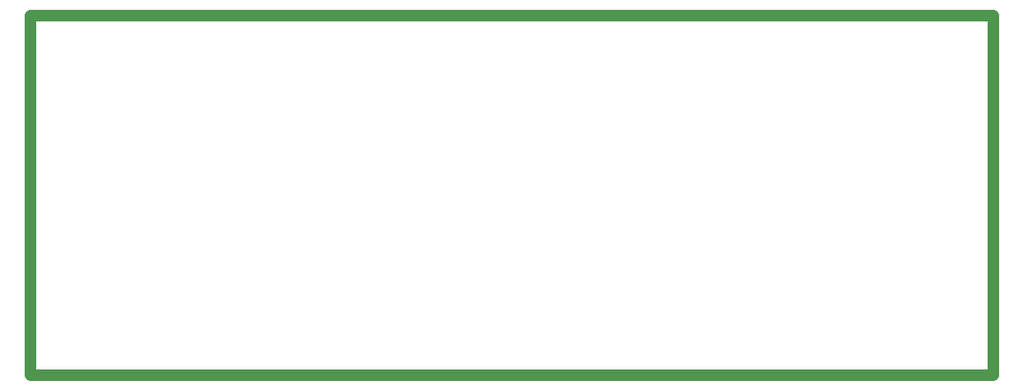
<source format=gko>
G04*
G04 #@! TF.GenerationSoftware,Altium Limited,Altium Designer,20.0.11 (256)*
G04*
G04 Layer_Color=16711935*
%FSLAX25Y25*%
%MOIN*%
G70*
G01*
G75*
%ADD29C,0.04724*%
D29*
X0Y0D02*
Y145669D01*
X390000D01*
Y0D02*
Y145669D01*
X0Y0D02*
X390000D01*
M02*

</source>
